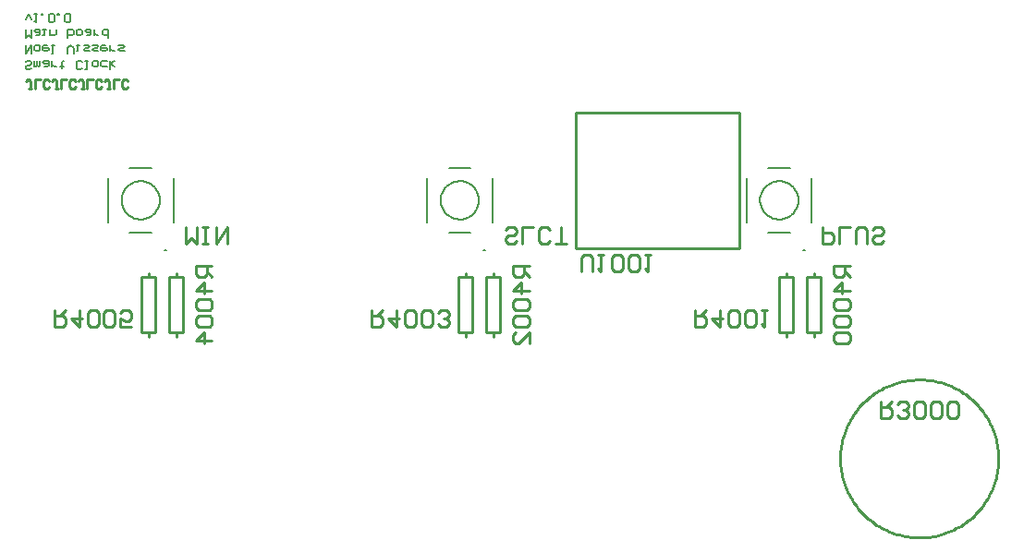
<source format=gbo>
G04*
G04 #@! TF.GenerationSoftware,Altium Limited,Altium Designer,20.0.13 (296)*
G04*
G04 Layer_Color=32896*
%FSLAX25Y25*%
%MOIN*%
G70*
G01*
G75*
%ADD10C,0.01000*%
%ADD25C,0.00500*%
%ADD26C,0.00787*%
%ADD27C,0.00984*%
D10*
X391020Y31496D02*
X391002Y32496D01*
X390950Y33495D01*
X390862Y34492D01*
X390739Y35484D01*
X390582Y36472D01*
X390390Y37454D01*
X390164Y38429D01*
X389903Y39395D01*
X389609Y40351D01*
X389282Y41296D01*
X388921Y42229D01*
X388528Y43149D01*
X388104Y44054D01*
X387647Y44945D01*
X387160Y45818D01*
X386642Y46674D01*
X386094Y47511D01*
X385518Y48329D01*
X384913Y49125D01*
X384280Y49900D01*
X383621Y50653D01*
X382936Y51382D01*
X382225Y52086D01*
X381491Y52765D01*
X380732Y53417D01*
X379952Y54043D01*
X379150Y54641D01*
X378327Y55210D01*
X377485Y55751D01*
X376625Y56261D01*
X375747Y56740D01*
X374853Y57189D01*
X373944Y57606D01*
X373021Y57991D01*
X372084Y58343D01*
X371136Y58662D01*
X370178Y58948D01*
X369209Y59200D01*
X368233Y59417D01*
X367250Y59601D01*
X366260Y59750D01*
X365266Y59863D01*
X364269Y59942D01*
X363270Y59986D01*
X362270Y59995D01*
X361270Y59969D01*
X360271Y59907D01*
X359276Y59811D01*
X358284Y59680D01*
X357297Y59513D01*
X356317Y59313D01*
X355345Y59078D01*
X354381Y58809D01*
X353428Y58507D01*
X352485Y58171D01*
X351555Y57803D01*
X350639Y57402D01*
X349737Y56969D01*
X348851Y56504D01*
X347982Y56009D01*
X347131Y55484D01*
X346298Y54929D01*
X345486Y54346D01*
X344694Y53734D01*
X343925Y53094D01*
X343179Y52429D01*
X342456Y51737D01*
X341758Y51020D01*
X341085Y50280D01*
X340439Y49516D01*
X339821Y48730D01*
X339230Y47923D01*
X338668Y47095D01*
X338135Y46248D01*
X337632Y45384D01*
X337160Y44502D01*
X336719Y43604D01*
X336310Y42691D01*
X335934Y41764D01*
X335590Y40825D01*
X335279Y39874D01*
X335002Y38913D01*
X334758Y37942D01*
X334549Y36964D01*
X334374Y35979D01*
X334234Y34989D01*
X334129Y33994D01*
X334059Y32996D01*
X334024Y31996D01*
Y30996D01*
X334059Y29996D01*
X334129Y28998D01*
X334234Y28004D01*
X334374Y27013D01*
X334549Y26028D01*
X334758Y25050D01*
X335002Y24080D01*
X335279Y23118D01*
X335590Y22168D01*
X335934Y21228D01*
X336310Y20301D01*
X336719Y19389D01*
X337160Y18491D01*
X337632Y17609D01*
X338135Y16744D01*
X338668Y15897D01*
X339230Y15070D01*
X339821Y14262D01*
X340439Y13476D01*
X341085Y12713D01*
X341758Y11972D01*
X342456Y11255D01*
X343178Y10564D01*
X343925Y9898D01*
X344694Y9259D01*
X345486Y8647D01*
X346298Y8063D01*
X347130Y7508D01*
X347982Y6983D01*
X348851Y6488D01*
X349737Y6023D01*
X350639Y5590D01*
X351555Y5190D01*
X352485Y4821D01*
X353428Y4485D01*
X354381Y4183D01*
X355345Y3914D01*
X356317Y3679D01*
X357297Y3479D01*
X358284Y3313D01*
X359275Y3181D01*
X360271Y3085D01*
X361269Y3023D01*
X362269Y2997D01*
X363270Y3006D01*
X364269Y3050D01*
X365266Y3129D01*
X366260Y3243D01*
X367249Y3391D01*
X368233Y3574D01*
X369209Y3792D01*
X370177Y4044D01*
X371136Y4330D01*
X372084Y4649D01*
X373020Y5001D01*
X373944Y5386D01*
X374853Y5803D01*
X375747Y6251D01*
X376625Y6731D01*
X377485Y7242D01*
X378327Y7782D01*
X379150Y8351D01*
X379952Y8949D01*
X380732Y9575D01*
X381490Y10227D01*
X382225Y10906D01*
X382936Y11610D01*
X383621Y12339D01*
X384280Y13091D01*
X384913Y13866D01*
X385518Y14663D01*
X386094Y15481D01*
X386642Y16318D01*
X387159Y17174D01*
X387647Y18047D01*
X388104Y18937D01*
X388528Y19843D01*
X388921Y20763D01*
X389282Y21696D01*
X389609Y22641D01*
X389903Y23597D01*
X390164Y24563D01*
X390390Y25538D01*
X390582Y26520D01*
X390739Y27507D01*
X390862Y28500D01*
X390950Y29497D01*
X391002Y30496D01*
X391020Y31496D01*
X238650Y107468D02*
X297650D01*
X238650D02*
Y156468D01*
X297650Y107468D02*
Y156468D01*
X238650D02*
X297650D01*
X196319Y76968D02*
Y96969D01*
Y76968D02*
X198819D01*
Y96969D02*
Y98469D01*
Y75468D02*
Y76968D01*
X196319Y96969D02*
X201319D01*
Y76968D02*
Y96969D01*
X198819Y76968D02*
X201319D01*
X312126D02*
Y96969D01*
Y76968D02*
X314626D01*
Y96969D02*
Y98469D01*
Y75468D02*
Y76968D01*
X312126Y96969D02*
X317126D01*
Y76968D02*
Y96969D01*
X314626Y76968D02*
X317126D01*
X322126D02*
Y96969D01*
Y76968D02*
X324626D01*
Y96969D02*
Y98469D01*
Y75468D02*
Y76968D01*
X322126Y96969D02*
X327126D01*
Y76968D02*
Y96969D01*
X324626Y76968D02*
X327126D01*
X206319D02*
Y96969D01*
Y76968D02*
X208819D01*
Y96969D02*
Y98469D01*
Y75468D02*
Y76968D01*
X206319Y96969D02*
X211319D01*
Y76968D02*
Y96969D01*
X208819Y76968D02*
X211319D01*
X91969D02*
Y96969D01*
Y76968D02*
X94468D01*
Y96969D02*
Y98469D01*
Y75468D02*
Y76968D01*
X91969Y96969D02*
X96969D01*
Y76968D02*
Y96969D01*
X94468Y76968D02*
X96969D01*
X81968D02*
Y96969D01*
Y76968D02*
X84469D01*
Y96969D02*
Y98469D01*
Y75468D02*
Y76968D01*
X81968Y96969D02*
X86968D01*
Y76968D02*
Y96969D01*
X84469Y76968D02*
X86968D01*
X240654Y98970D02*
Y103968D01*
X241653Y104967D01*
X243653D01*
X244652Y103968D01*
Y98970D01*
X246652Y104967D02*
X248651D01*
X247651D01*
Y98970D01*
X246652Y99969D01*
X251650D02*
X252650Y98970D01*
X254649D01*
X255649Y99969D01*
Y103968D01*
X254649Y104967D01*
X252650D01*
X251650Y103968D01*
Y99969D01*
X257648D02*
X258648Y98970D01*
X260647D01*
X261647Y99969D01*
Y103968D01*
X260647Y104967D01*
X258648D01*
X257648Y103968D01*
Y99969D01*
X263646Y104967D02*
X265646D01*
X264646D01*
Y98970D01*
X263646Y99969D01*
X98054Y114968D02*
Y108969D01*
X100053Y110969D01*
X102052Y108969D01*
Y114968D01*
X104052Y108969D02*
X106051D01*
X105051D01*
Y114968D01*
X104052D01*
X106051D01*
X109050D02*
Y108969D01*
X113049Y114968D01*
Y108969D01*
X217412Y110205D02*
X216412Y109206D01*
X214413D01*
X213413Y110205D01*
Y111205D01*
X214413Y112205D01*
X216412D01*
X217412Y113204D01*
Y114204D01*
X216412Y115204D01*
X214413D01*
X213413Y114204D01*
X219411Y109206D02*
Y115204D01*
X223410D01*
X229408Y110205D02*
X228408Y109206D01*
X226409D01*
X225409Y110205D01*
Y114204D01*
X226409Y115204D01*
X228408D01*
X229408Y114204D01*
X231407Y109206D02*
X235406D01*
X233406D01*
Y115204D01*
X327586D02*
Y109206D01*
X330585D01*
X331585Y110205D01*
Y112205D01*
X330585Y113204D01*
X327586D01*
X333584Y109206D02*
Y115204D01*
X337583D01*
X339582Y109206D02*
Y114204D01*
X340582Y115204D01*
X342581D01*
X343581Y114204D01*
Y109206D01*
X349579Y110205D02*
X348579Y109206D01*
X346580D01*
X345580Y110205D01*
Y111205D01*
X346580Y112205D01*
X348579D01*
X349579Y113204D01*
Y114204D01*
X348579Y115204D01*
X346580D01*
X345580Y114204D01*
X50473Y84967D02*
Y78970D01*
X53472D01*
X54472Y79969D01*
Y81968D01*
X53472Y82968D01*
X50473D01*
X52472D02*
X54472Y84967D01*
X59470D02*
Y78970D01*
X56471Y81968D01*
X60470D01*
X62469Y79969D02*
X63469Y78970D01*
X65468D01*
X66468Y79969D01*
Y83968D01*
X65468Y84967D01*
X63469D01*
X62469Y83968D01*
Y79969D01*
X68467D02*
X69467Y78970D01*
X71466D01*
X72466Y79969D01*
Y83968D01*
X71466Y84967D01*
X69467D01*
X68467Y83968D01*
Y79969D01*
X78464Y78970D02*
X74465D01*
Y81968D01*
X76465Y80969D01*
X77464D01*
X78464Y81968D01*
Y83968D01*
X77464Y84967D01*
X75465D01*
X74465Y83968D01*
X107467Y100964D02*
X101470D01*
Y97965D01*
X102469Y96965D01*
X104469D01*
X105468Y97965D01*
Y100964D01*
Y98965D02*
X107467Y96965D01*
Y91967D02*
X101470D01*
X104469Y94966D01*
Y90967D01*
X102469Y88968D02*
X101470Y87968D01*
Y85969D01*
X102469Y84969D01*
X106468D01*
X107467Y85969D01*
Y87968D01*
X106468Y88968D01*
X102469D01*
Y82970D02*
X101470Y81970D01*
Y79971D01*
X102469Y78971D01*
X106468D01*
X107467Y79971D01*
Y81970D01*
X106468Y82970D01*
X102469D01*
X107467Y73973D02*
X101470D01*
X104469Y76972D01*
Y72973D01*
X164823Y84967D02*
Y78970D01*
X167823D01*
X168822Y79969D01*
Y81968D01*
X167823Y82968D01*
X164823D01*
X166823D02*
X168822Y84967D01*
X173820D02*
Y78970D01*
X170821Y81968D01*
X174820D01*
X176820Y79969D02*
X177819Y78970D01*
X179819D01*
X180818Y79969D01*
Y83968D01*
X179819Y84967D01*
X177819D01*
X176820Y83968D01*
Y79969D01*
X182818D02*
X183817Y78970D01*
X185817D01*
X186816Y79969D01*
Y83968D01*
X185817Y84967D01*
X183817D01*
X182818Y83968D01*
Y79969D01*
X188816D02*
X189815Y78970D01*
X191815D01*
X192814Y79969D01*
Y80969D01*
X191815Y81968D01*
X190815D01*
X191815D01*
X192814Y82968D01*
Y83968D01*
X191815Y84967D01*
X189815D01*
X188816Y83968D01*
X221818Y100964D02*
X215820D01*
Y97965D01*
X216820Y96965D01*
X218819D01*
X219819Y97965D01*
Y100964D01*
Y98965D02*
X221818Y96965D01*
Y91967D02*
X215820D01*
X218819Y94966D01*
Y90967D01*
X216820Y88968D02*
X215820Y87968D01*
Y85969D01*
X216820Y84969D01*
X220818D01*
X221818Y85969D01*
Y87968D01*
X220818Y88968D01*
X216820D01*
Y82970D02*
X215820Y81970D01*
Y79971D01*
X216820Y78971D01*
X220818D01*
X221818Y79971D01*
Y81970D01*
X220818Y82970D01*
X216820D01*
X221818Y72973D02*
Y76972D01*
X217819Y72973D01*
X216820D01*
X215820Y73973D01*
Y75972D01*
X216820Y76972D01*
X281630Y84967D02*
Y78970D01*
X284629D01*
X285629Y79969D01*
Y81968D01*
X284629Y82968D01*
X281630D01*
X283630D02*
X285629Y84967D01*
X290627D02*
Y78970D01*
X287628Y81968D01*
X291627D01*
X293626Y79969D02*
X294626Y78970D01*
X296625D01*
X297625Y79969D01*
Y83968D01*
X296625Y84967D01*
X294626D01*
X293626Y83968D01*
Y79969D01*
X299624D02*
X300624Y78970D01*
X302623D01*
X303623Y79969D01*
Y83968D01*
X302623Y84967D01*
X300624D01*
X299624Y83968D01*
Y79969D01*
X305622Y84967D02*
X307622D01*
X306622D01*
Y78970D01*
X305622Y79969D01*
X337625Y100964D02*
X331627D01*
Y97965D01*
X332627Y96965D01*
X334626D01*
X335626Y97965D01*
Y100964D01*
Y98965D02*
X337625Y96965D01*
Y91967D02*
X331627D01*
X334626Y94966D01*
Y90967D01*
X332627Y88968D02*
X331627Y87968D01*
Y85969D01*
X332627Y84969D01*
X336625D01*
X337625Y85969D01*
Y87968D01*
X336625Y88968D01*
X332627D01*
Y82970D02*
X331627Y81970D01*
Y79971D01*
X332627Y78971D01*
X336625D01*
X337625Y79971D01*
Y81970D01*
X336625Y82970D01*
X332627D01*
Y76972D02*
X331627Y75972D01*
Y73973D01*
X332627Y72973D01*
X336625D01*
X337625Y73973D01*
Y75972D01*
X336625Y76972D01*
X332627D01*
X348524Y51995D02*
Y45997D01*
X351523D01*
X352523Y46997D01*
Y48996D01*
X351523Y49996D01*
X348524D01*
X350524D02*
X352523Y51995D01*
X354522Y46997D02*
X355522Y45997D01*
X357521D01*
X358521Y46997D01*
Y47996D01*
X357521Y48996D01*
X356522D01*
X357521D01*
X358521Y49996D01*
Y50995D01*
X357521Y51995D01*
X355522D01*
X354522Y50995D01*
X360520Y46997D02*
X361520Y45997D01*
X363519D01*
X364519Y46997D01*
Y50995D01*
X363519Y51995D01*
X361520D01*
X360520Y50995D01*
Y46997D01*
X366518D02*
X367518Y45997D01*
X369517D01*
X370517Y46997D01*
Y50995D01*
X369517Y51995D01*
X367518D01*
X366518Y50995D01*
Y46997D01*
X372516D02*
X373516Y45997D01*
X375516D01*
X376515Y46997D01*
Y50995D01*
X375516Y51995D01*
X373516D01*
X372516Y50995D01*
Y46997D01*
D25*
X318917Y124764D02*
X318844Y125770D01*
X318624Y126754D01*
X318264Y127697D01*
X317770Y128576D01*
X317154Y129375D01*
X316428Y130075D01*
X315607Y130662D01*
X314710Y131123D01*
X313755Y131449D01*
X312764Y131632D01*
X311755Y131669D01*
X310753Y131558D01*
X309777Y131303D01*
X308849Y130909D01*
X307987Y130383D01*
X307212Y129738D01*
X306539Y128987D01*
X305982Y128145D01*
X305554Y127232D01*
X305264Y126266D01*
X305117Y125268D01*
Y124259D01*
X305264Y123261D01*
X305554Y122295D01*
X305982Y121382D01*
X306539Y120541D01*
X307212Y119790D01*
X307988Y119144D01*
X308849Y118619D01*
X309777Y118224D01*
X310753Y117969D01*
X311755Y117859D01*
X312764Y117896D01*
X313755Y118079D01*
X314710Y118405D01*
X315607Y118866D01*
X316428Y119453D01*
X317154Y120153D01*
X317770Y120951D01*
X318264Y121831D01*
X318624Y122773D01*
X318844Y123758D01*
X318917Y124764D01*
X88602D02*
X88529Y125770D01*
X88309Y126754D01*
X87949Y127697D01*
X87455Y128576D01*
X86839Y129375D01*
X86113Y130075D01*
X85292Y130662D01*
X84395Y131123D01*
X83441Y131449D01*
X82449Y131632D01*
X81441Y131669D01*
X80438Y131558D01*
X79462Y131303D01*
X78534Y130909D01*
X77673Y130383D01*
X76897Y129738D01*
X76224Y128987D01*
X75668Y128145D01*
X75239Y127232D01*
X74949Y126266D01*
X74802Y125268D01*
Y124259D01*
X74949Y123261D01*
X75239Y122295D01*
X75668Y121382D01*
X76224Y120541D01*
X76897Y119790D01*
X77673Y119144D01*
X78534Y118619D01*
X79462Y118224D01*
X80438Y117969D01*
X81441Y117859D01*
X82449Y117896D01*
X83441Y118079D01*
X84395Y118405D01*
X85292Y118866D01*
X86113Y119453D01*
X86839Y120153D01*
X87455Y120951D01*
X87949Y121831D01*
X88309Y122773D01*
X88529Y123758D01*
X88602Y124764D01*
X203760D02*
X203686Y125770D01*
X203467Y126754D01*
X203106Y127697D01*
X202613Y128576D01*
X201996Y129375D01*
X201270Y130075D01*
X200450Y130662D01*
X199553Y131123D01*
X198598Y131449D01*
X197606Y131632D01*
X196598Y131669D01*
X195595Y131558D01*
X194620Y131303D01*
X193691Y130909D01*
X192830Y130383D01*
X192055Y129738D01*
X191382Y128987D01*
X190825Y128145D01*
X190397Y127232D01*
X190106Y126266D01*
X189959Y125268D01*
Y124259D01*
X190106Y123261D01*
X190397Y122295D01*
X190825Y121382D01*
X191382Y120541D01*
X192055Y119790D01*
X192830Y119144D01*
X193691Y118619D01*
X194620Y118224D01*
X195595Y117969D01*
X196598Y117859D01*
X197606Y117896D01*
X198598Y118079D01*
X199553Y118405D01*
X200450Y118866D01*
X201270Y119453D01*
X201996Y120153D01*
X202613Y120951D01*
X203106Y121831D01*
X203467Y122773D01*
X203686Y123758D01*
X203760Y124764D01*
X300217Y116890D02*
Y132638D01*
X308071Y136555D02*
X315945D01*
X308071Y112972D02*
X315945D01*
X323799Y116890D02*
Y132638D01*
X69902Y116890D02*
Y132638D01*
X77756Y136555D02*
X85630D01*
X77756Y112972D02*
X85630D01*
X93484Y116890D02*
Y132638D01*
X208642Y116890D02*
Y132638D01*
X192913Y136555D02*
X200787D01*
X185059Y116890D02*
Y132638D01*
X192913Y112972D02*
X200787D01*
D26*
X321260Y106764D02*
X320472D01*
X321260D01*
X90945D02*
X90158D01*
X90945D01*
X206102D02*
X205315D01*
X206102D01*
X42257Y172498D02*
X41732Y171973D01*
X40682D01*
X40157Y172498D01*
Y173023D01*
X40682Y173547D01*
X41732D01*
X42257Y174072D01*
Y174597D01*
X41732Y175122D01*
X40682D01*
X40157Y174597D01*
X43306Y175122D02*
Y173023D01*
X43831D01*
X44356Y173547D01*
Y175122D01*
Y173547D01*
X44880Y173023D01*
X45405Y173547D01*
Y175122D01*
X46979Y173023D02*
X48029D01*
X48554Y173547D01*
Y175122D01*
X46979D01*
X46455Y174597D01*
X46979Y174072D01*
X48554D01*
X49603Y173023D02*
Y175122D01*
Y174072D01*
X50128Y173547D01*
X50653Y173023D01*
X51178D01*
X53277Y172498D02*
Y173023D01*
X52752D01*
X53801D01*
X53277D01*
Y174597D01*
X53801Y175122D01*
X60623Y172498D02*
X60099Y171973D01*
X59049D01*
X58524Y172498D01*
Y174597D01*
X59049Y175122D01*
X60099D01*
X60623Y174597D01*
X61673Y175122D02*
X62722D01*
X62198D01*
Y171973D01*
X61673D01*
X64821Y175122D02*
X65871D01*
X66396Y174597D01*
Y173547D01*
X65871Y173023D01*
X64821D01*
X64297Y173547D01*
Y174597D01*
X64821Y175122D01*
X69544Y173023D02*
X67970D01*
X67445Y173547D01*
Y174597D01*
X67970Y175122D01*
X69544D01*
X70594D02*
Y171973D01*
Y174072D02*
X72168Y173023D01*
X70594Y174072D02*
X72168Y175122D01*
X40157Y180790D02*
Y177641D01*
X42257Y180790D01*
Y177641D01*
X43831Y180790D02*
X44880D01*
X45405Y180265D01*
Y179216D01*
X44880Y178691D01*
X43831D01*
X43306Y179216D01*
Y180265D01*
X43831Y180790D01*
X48029D02*
X46979D01*
X46455Y180265D01*
Y179216D01*
X46979Y178691D01*
X48029D01*
X48554Y179216D01*
Y179740D01*
X46455D01*
X49603Y180790D02*
X50653D01*
X50128D01*
Y177641D01*
X49603D01*
X55376D02*
Y179740D01*
X56425Y180790D01*
X57475Y179740D01*
Y177641D01*
X58524Y180790D02*
X59574D01*
X59049D01*
Y178691D01*
X58524D01*
X61148Y180790D02*
X62722D01*
X63247Y180265D01*
X62722Y179740D01*
X61673D01*
X61148Y179216D01*
X61673Y178691D01*
X63247D01*
X64297Y180790D02*
X65871D01*
X66396Y180265D01*
X65871Y179740D01*
X64821D01*
X64297Y179216D01*
X64821Y178691D01*
X66396D01*
X69020Y180790D02*
X67970D01*
X67445Y180265D01*
Y179216D01*
X67970Y178691D01*
X69020D01*
X69544Y179216D01*
Y179740D01*
X67445D01*
X70594Y178691D02*
Y180790D01*
Y179740D01*
X71119Y179216D01*
X71643Y178691D01*
X72168D01*
X73742Y180790D02*
X75317D01*
X75841Y180265D01*
X75317Y179740D01*
X74267D01*
X73742Y179216D01*
X74267Y178691D01*
X75841D01*
X40157Y186458D02*
Y183309D01*
X41207Y184359D01*
X42257Y183309D01*
Y186458D01*
X43831Y184359D02*
X44880D01*
X45405Y184884D01*
Y186458D01*
X43831D01*
X43306Y185933D01*
X43831Y185408D01*
X45405D01*
X46455Y186458D02*
X47504D01*
X46979D01*
Y184359D01*
X46455D01*
X49079Y186458D02*
Y184359D01*
X50653D01*
X51178Y184884D01*
Y186458D01*
X55376Y183309D02*
Y186458D01*
X56950D01*
X57475Y185933D01*
Y185408D01*
Y184884D01*
X56950Y184359D01*
X55376D01*
X59049Y186458D02*
X60099D01*
X60623Y185933D01*
Y184884D01*
X60099Y184359D01*
X59049D01*
X58524Y184884D01*
Y185933D01*
X59049Y186458D01*
X62198Y184359D02*
X63247D01*
X63772Y184884D01*
Y186458D01*
X62198D01*
X61673Y185933D01*
X62198Y185408D01*
X63772D01*
X64821Y184359D02*
Y186458D01*
Y185408D01*
X65346Y184884D01*
X65871Y184359D01*
X66396D01*
X70069Y183309D02*
Y186458D01*
X68495D01*
X67970Y185933D01*
Y184884D01*
X68495Y184359D01*
X70069D01*
X40157Y190027D02*
X41207Y192126D01*
X42257Y190027D01*
X43306Y192126D02*
X44356D01*
X43831D01*
Y188977D01*
X43306Y189502D01*
X45930Y192126D02*
Y191601D01*
X46455D01*
Y192126D01*
X45930D01*
X48554Y189502D02*
X49079Y188977D01*
X50128D01*
X50653Y189502D01*
Y191601D01*
X50128Y192126D01*
X49079D01*
X48554Y191601D01*
Y189502D01*
X51702Y192126D02*
Y191601D01*
X52227D01*
Y192126D01*
X51702D01*
X54326Y189502D02*
X54851Y188977D01*
X55901D01*
X56425Y189502D01*
Y191601D01*
X55901Y192126D01*
X54851D01*
X54326Y191601D01*
Y189502D01*
D27*
X42453Y165158D02*
X41404D01*
X41929D01*
Y167782D01*
X41404Y168307D01*
X40879D01*
X40354Y167782D01*
X43503Y165158D02*
Y168307D01*
X45602D01*
X48751Y165683D02*
X48226Y165158D01*
X47176D01*
X46652Y165683D01*
Y167782D01*
X47176Y168307D01*
X48226D01*
X48751Y167782D01*
X51899Y165158D02*
X50850D01*
X51374D01*
Y167782D01*
X50850Y168307D01*
X50325D01*
X49800Y167782D01*
X52949Y165158D02*
Y168307D01*
X55048D01*
X58196Y165683D02*
X57672Y165158D01*
X56622D01*
X56097Y165683D01*
Y167782D01*
X56622Y168307D01*
X57672D01*
X58196Y167782D01*
X61345Y165158D02*
X60295D01*
X60820D01*
Y167782D01*
X60295Y168307D01*
X59771D01*
X59246Y167782D01*
X62394Y165158D02*
Y168307D01*
X64494D01*
X67642Y165683D02*
X67117Y165158D01*
X66068D01*
X65543Y165683D01*
Y167782D01*
X66068Y168307D01*
X67117D01*
X67642Y167782D01*
X70791Y165158D02*
X69741D01*
X70266D01*
Y167782D01*
X69741Y168307D01*
X69216D01*
X68692Y167782D01*
X71840Y165158D02*
Y168307D01*
X73939D01*
X77088Y165683D02*
X76563Y165158D01*
X75514D01*
X74989Y165683D01*
Y167782D01*
X75514Y168307D01*
X76563D01*
X77088Y167782D01*
M02*

</source>
